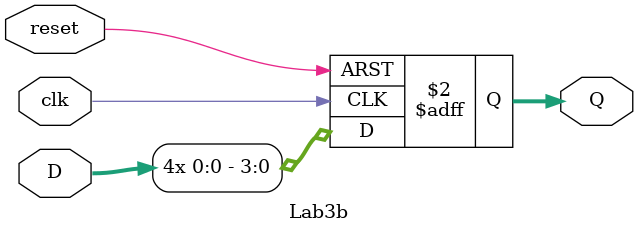
<source format=v>
`timescale 1ns / 1ps

module Lab3b(D, clk, Q, reset);

input D; 
input clk, reset;
output reg [3:0]Q;

always @(posedge clk or posedge reset)
begin
    if (reset)
    begin
        Q[3] = 0;
        Q[2] = 0;
        Q[1] = 0;
        Q[0] = 0;
    end
    else
    begin
        Q[3] = D;
        Q[2] = Q[3];
        Q[1] = Q[2];
        Q[0] = Q[1];
    end     
       
end
endmodule


</source>
